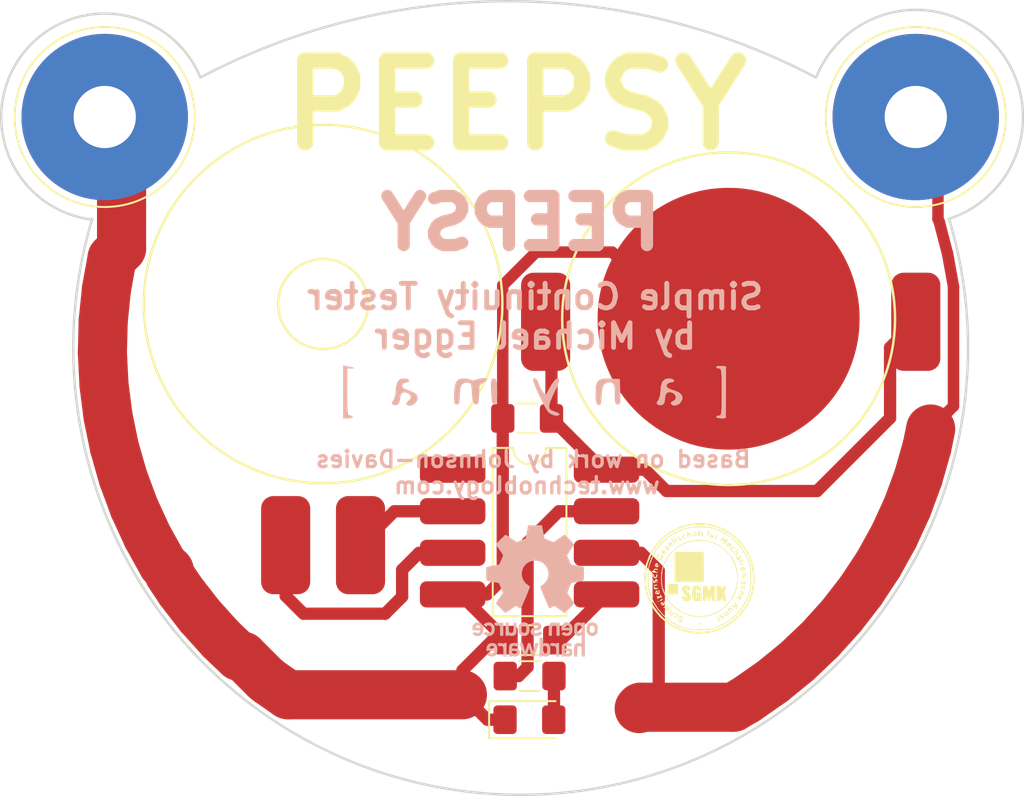
<source format=kicad_pcb>
(kicad_pcb (version 20241229) (generator "pcbnew") (generator_version "9.0")
  (layers (0 "F.Cu" signal) (2 "B.Cu" signal) (13 "F.Paste" user) (15 "B.Paste" user) (5 "F.SilkS" user) (7 "B.SilkS" user) (1 "F.Mask" user) (3 "B.Mask" user) (25 "Edge.Cuts" user))
  (net 0 "")
  (net 1 "VCC")
  (net 2 "GND")
  (net 3 "Net-(D1-Pad2)")
  (net 4 "Net-(LS1-Pad1)")
  (net 5 "Net-(LS1-Pad2)")
  (net 6 "Net-(R1-Pad2)")
  (net 7 "Net-(R2-Pad2)")
  (net 8 "/Probe")
  (footprint "Connector:Banana_Jack_1Pin" (layer "F.Cu") (at 148.59 82.55)
    (property "Reference" "" (at 0 -6.5 0) (layer "F.SilkS"))
    (property "Value" "Probe")
    (pad "1" thru_hole circle (at 0 0) (size 10.16 10.16) (drill 3.8) (layers "*.Cu" "*.Mask") (net 8 "/Probe"))
  )
  (footprint "Connector:Banana_Jack_1Pin" (layer "F.Cu") (at 99.06 82.55)
    (property "Reference" "" (at 0 -6.5 0) (layer "F.SilkS"))
    (property "Value" "Probe")
    (pad "1" thru_hole circle (at 0 0) (size 10.16 10.16) (drill 3.8) (layers "*.Cu" "*.Mask") (net 2 "GND"))
  )
  (footprint "anyma_footprints:logo_sgmk" (layer "F.Cu") (at 135.382 110.744)
    (property "Reference" "G***" (hide yes))
    (property "Value" "logo_sgmk" (hide yes))
  )
  (footprint "Capacitor_SMD:C_1206_3216Metric_Pad1.42x1.75mm_HandSolder" (layer "F.Cu") (at 124.855 100.965 180)
    (property "Reference" "" (at 0 -1.82 180) (layer "F.SilkS"))
    (property "Value" "C")
    (pad "1" smd roundrect (at -1.4875 0 180) (size 1.425 1.75) (layers "F.Cu" "F.Mask" "F.Paste") (roundrect_rratio 0.175439) (net 1 "VCC"))
    (pad "2" smd roundrect (at 1.4875 0 180) (size 1.425 1.75) (layers "F.Cu" "F.Mask" "F.Paste") (roundrect_rratio 0.175439) (net 2 "GND"))
  )
  (footprint "Resistor_SMD:R_1206_3216Metric_Pad1.42x1.75mm_HandSolder" (layer "F.Cu") (at 125.0553 114.5159)
    (property "Reference" "" (at 0 -1.82 0) (layer "F.SilkS"))
    (property "Value" "R")
    (pad "1" smd roundrect (at -1.4875 0) (size 1.425 1.75) (layers "F.Cu" "F.Mask" "F.Paste") (roundrect_rratio 0.175439) (net 2 "GND"))
    (pad "2" smd roundrect (at 1.4875 0) (size 1.425 1.75) (layers "F.Cu" "F.Mask" "F.Paste") (roundrect_rratio 0.175439) (net 6 "Net-(R1-Pad2)"))
  )
  (footprint "Resistor_SMD:R_1206_3216Metric_Pad1.42x1.75mm_HandSolder" (layer "F.Cu") (at 125.0074 116.713 180)
    (property "Reference" "" (at 0 -1.82 180) (layer "F.SilkS"))
    (property "Value" "R")
    (pad "1" smd roundrect (at -1.4875 0 180) (size 1.425 1.75) (layers "F.Cu" "F.Mask" "F.Paste") (roundrect_rratio 0.175439) (net 3 "Net-(D1-Pad2)"))
    (pad "2" smd roundrect (at 1.4875 0 180) (size 1.425 1.75) (layers "F.Cu" "F.Mask" "F.Paste") (roundrect_rratio 0.175439) (net 7 "Net-(R2-Pad2)"))
  )
  (footprint "solderpad_3:piezo smd" (layer "F.Cu") (at 112.395 93.98 -90)
    (property "Reference" "" (at 0 0.5 270) (layer "F.SilkS"))
    (property "Value" "Speaker_Crystal")
    (pad "1" smd roundrect (at 14.732 -2.286 90) (size 6 3) (layers "F.Cu" "F.Mask" "F.Paste") (net 4 "Net-(LS1-Pad1)"))
    (pad "2" smd roundrect (at 14.732 2.286 90) (size 6 3) (layers "F.Cu" "F.Mask" "F.Paste") (net 5 "Net-(LS1-Pad2)"))
  )
  (footprint "Package_DIP:DIP-8_W7.62mm_FakeSMD" (layer "F.Cu") (at 121.1961 104.1019)
    (property "Reference" "" (at 3.81 -2.33 0) (layer "F.SilkS"))
    (property "Value" "ATtiny85-20SU")
    (pad "1" smd roundrect (at -0.889 0) (size 4 1.6) (layers "F.Cu" "F.Mask" "F.Paste") (roundrect_rratio 0.2))
    (pad "2" smd roundrect (at -0.889 2.54) (size 4 1.6) (layers "F.Cu" "F.Mask" "F.Paste") (net 4 "Net-(LS1-Pad1)"))
    (pad "3" smd roundrect (at -0.889 5.08) (size 4 1.6) (layers "F.Cu" "F.Mask" "F.Paste") (net 5 "Net-(LS1-Pad2)"))
    (pad "4" smd roundrect (at -0.889 7.62) (size 4 1.6) (layers "F.Cu" "F.Mask" "F.Paste") (net 2 "GND"))
    (pad "5" smd roundrect (at 8.509 7.62) (size 4 1.6) (layers "F.Cu" "F.Mask" "F.Paste") (net 6 "Net-(R1-Pad2)"))
    (pad "6" smd roundrect (at 8.509 5.08) (size 4 1.6) (layers "F.Cu" "F.Mask" "F.Paste") (net 8 "/Probe"))
    (pad "7" smd roundrect (at 8.509 2.54) (size 4 1.6) (layers "F.Cu" "F.Mask" "F.Paste") (net 7 "Net-(R2-Pad2)"))
    (pad "8" smd roundrect (at 8.509 0) (size 4 1.6) (layers "F.Cu" "F.Mask" "F.Paste") (net 1 "VCC"))
  )
  (footprint "LED_SMD:LED_1206_3216Metric_Pad1.42x1.75mm_HandSolder" (layer "F.Cu") (at 124.9934 119.38)
    (property "Reference" "" (at 0 -1.82 0) (layer "F.SilkS"))
    (property "Value" "Signal")
    (pad "1" smd roundrect (at -1.4875 0) (size 1.425 1.75) (layers "F.Cu" "F.Mask" "F.Paste") (roundrect_rratio 0.175439) (net 2 "GND"))
    (pad "2" smd roundrect (at 1.4875 0) (size 1.425 1.75) (layers "F.Cu" "F.Mask" "F.Paste") (roundrect_rratio 0.175439) (net 3 "Net-(D1-Pad2)"))
  )
  (footprint "solderpad_3:Battery 2032 DIY" (layer "F.Cu") (at 137.16 95.0635)
    (property "Reference" "" (at 0.508 -11.176 0) (layer "F.SilkS"))
    (property "Value" "Battery_Cell")
    (pad "1" smd roundrect (at -11.176 0 90) (size 6 3) (layers "F.Cu" "F.Mask" "F.Paste") (net 1 "VCC"))
    (pad "1" smd roundrect (at 11.43 0 90) (size 6 3) (layers "F.Cu" "F.Mask" "F.Paste") (net 1 "VCC"))
    (pad "2" smd circle (at 0 -0.1865) (size 16 16) (layers "F.Cu" "F.Mask" "F.Paste") (net 2 "GND"))
  )
  (footprint "anyma_footprints:logo_anyma" (layer "B.Cu") (at 125.222 99.441 180)
    (property "Reference" "G***" (hide yes))
    (property "Value" "logo_anyma" (hide yes))
  )
  (footprint "Symbol:OSHW-Logo_7.5x8mm_SilkScreen" (layer "B.Cu") (at 125.349 111.506 180)
    (property "Reference" "REF**" (hide yes))
    (property "Value" "OSHW-Logo_7.5x8mm_SilkScreen" (hide yes))
  )
  (gr_arc (start 98.300403 88.824914) (mid 94.02734 78.725884) (end 104.902 80.137) (stroke (width 0.15)) (layer "Edge.Cuts"))
  (gr_arc (start 150.622 88.773) (mid 124.46 123.968239) (end 98.298 88.773) (stroke (width 0.15)) (layer "Edge.Cuts"))
  (gr_arc (start 104.902 80.137) (mid 123.698 75.475075) (end 142.494 80.137) (stroke (width 0.15)) (layer "Edge.Cuts"))
  (gr_arc (start 142.511863 80.118744) (mid 153.366698 78.073627) (end 150.622 88.773) (stroke (width 0.15)) (layer "Edge.Cuts"))
  (gr_text "PEEPSY" (at 124.16028 81.8388 0) (layer "F.SilkS") (effects (font (size 5 5) (thickness 1))))
  (gr_text "Simple Continuity Tester\nby Michael Egger" (at 125.349 94.742 0) (layer "B.SilkS") (effects (font (size 1.5 1.5) (thickness 0.3)) (justify mirror)))
  (gr_text "PEEPSY" (at 124.46 89.027 0) (layer "B.SilkS") (effects (font (size 3 3) (thickness 0.75)) (justify mirror)))
  (gr_text "Based on work by Johnson-Davies \nwww.technoblogy.com" (at 124.841 104.267 0) (layer "B.SilkS") (effects (font (size 1 1) (thickness 0.2)) (justify mirror)))
  (segment (start 126.3425 95.422) (end 125.984 95.0635) (width 0.75) (layer "F.Cu") (net 1))
  (segment (start 126.3425 100.965) (end 126.3425 95.422) (width 0.75) (layer "F.Cu") (net 1))
  (segment (start 133.36524 105.40492) (end 132.06222 104.1019) (width 0.75) (layer "F.Cu") (net 1))
  (segment (start 147.01929 96.63421) (end 147.01929 100.94567) (width 0.75) (layer "F.Cu") (net 1))
  (segment (start 147.01929 100.94567) (end 142.56004 105.40492) (width 0.75) (layer "F.Cu") (net 1))
  (segment (start 129.4794 104.1019) (end 126.3425 100.965) (width 0.75) (layer "F.Cu") (net 1))
  (segment (start 132.06222 104.1019) (end 129.7051 104.1019) (width 0.75) (layer "F.Cu") (net 1))
  (segment (start 142.56004 105.40492) (end 133.36524 105.40492) (width 0.75) (layer "F.Cu") (net 1))
  (segment (start 129.7051 104.1019) (end 129.4794 104.1019) (width 0.75) (layer "F.Cu") (net 1))
  (segment (start 148.59 95.0635) (end 147.01929 96.63421) (width 0.75) (layer "F.Cu") (net 1))
  (segment (start 104.86073 113.03031) (end 106.162065 114.471978) (width 3) (layer "F.Cu") (net 2))
  (segment (start 103.672678 111.493936) (end 104.86073 113.03031) (width 3) (layer "F.Cu") (net 2))
  (segment (start 123.5059 119.38) (end 122.428 119.38) (width 0.75) (layer "F.Cu") (net 2))
  (segment (start 99.013643 98.889145) (end 99.257531 100.815918) (width 3) (layer "F.Cu") (net 2))
  (segment (start 107.243035 115.500349) (end 107.499349 115.500349) (width 3) (layer "F.Cu") (net 2))
  (segment (start 122.428 119.38) (end 120.904 117.856) (width 0.75) (layer "F.Cu") (net 2))
  (segment (start 125.404006 90.805) (end 123.3675 92.841506) (width 0.7) (layer "F.Cu") (net 2))
  (segment (start 109.073924 117.038491) (end 110.247661 117.856) (width 3) (layer "F.Cu") (net 2))
  (segment (start 102.997 110.46754) (end 103.672678 111.493936) (width 3) (layer "F.Cu") (net 2))
  (segment (start 99.510301 91.164595) (end 99.165891 93.075966) (width 3) (layer "F.Cu") (net 2))
  (segment (start 106.162065 114.471978) (end 107.243035 115.500349) (width 3) (layer "F.Cu") (net 2))
  (segment (start 100.180091 104.586162) (end 100.853426 106.407839) (width 3) (layer "F.Cu") (net 2))
  (segment (start 108.875923 116.876923) (end 109.073924 117.038491) (width 3) (layer "F.Cu") (net 2))
  (segment (start 99.165891 93.075966) (end 98.967691 95.007961) (width 3) (layer "F.Cu") (net 2))
  (segment (start 120.904 117.856) (end 121.158 117.602) (width 0.7) (layer "F.Cu") (net 2))
  (segment (start 122.7553 114.5159) (end 120.904 116.3672) (width 0.75) (layer "F.Cu") (net 2))
  (segment (start 120.7738 111.7219) (end 123.5678 114.5159) (width 0.75) (layer "F.Cu") (net 2))
  (segment (start 120.3071 111.7219) (end 120.7738 111.7219) (width 0.75) (layer "F.Cu") (net 2))
  (segment (start 100.088264 90.586632) (end 99.510301 91.164595) (width 3) (layer "F.Cu") (net 2))
  (segment (start 99.06 83.185) (end 100.088264 84.213264) (width 3) (layer "F.Cu") (net 2))
  (segment (start 100.853426 106.407839) (end 101.663218 108.173102) (width 3) (layer "F.Cu") (net 2))
  (segment (start 130.048 90.805) (end 125.404006 90.805) (width 0.7) (layer "F.Cu") (net 2))
  (segment (start 110.247661 117.856) (end 120.904 117.856) (width 3) (layer "F.Cu") (net 2))
  (segment (start 101.663218 108.173102) (end 102.604779 109.871733) (width 3) (layer "F.Cu") (net 2))
  (segment (start 98.967691 95.007961) (end 98.916843 96.94943) (width 3) (layer "F.Cu") (net 2))
  (segment (start 107.499349 115.500349) (end 108.875923 116.876923) (width 3) (layer "F.Cu") (net 2))
  (segment (start 122.4071 111.7219) (end 120.3071 111.7219) (width 0.75) (layer "F.Cu") (net 2))
  (segment (start 102.604779 109.871733) (end 102.997 110.263954) (width 3) (layer "F.Cu") (net 2))
  (segment (start 134.12 94.877) (end 130.048 90.805) (width 0.7) (layer "F.Cu") (net 2))
  (segment (start 123.3675 110.7615) (end 122.4071 111.7219) (width 0.75) (layer "F.Cu") (net 2))
  (segment (start 100.088264 84.213264) (end 100.088264 90.586632) (width 3) (layer "F.Cu") (net 2))
  (segment (start 123.5678 114.5159) (end 122.7553 114.5159) (width 0.75) (layer "F.Cu") (net 2))
  (segment (start 120.904 116.3672) (end 120.904 117.856) (width 0.75) (layer "F.Cu") (net 2))
  (segment (start 98.916843 96.94943) (end 99.013643 98.889145) (width 3) (layer "F.Cu") (net 2))
  (segment (start 137.16 94.877) (end 134.12 94.877) (width 0.7) (layer "F.Cu") (net 2))
  (segment (start 99.257531 100.815918) (end 99.647095 102.718576) (width 3) (layer "F.Cu") (net 2))
  (segment (start 99.647095 102.718576) (end 100.180091 104.586162) (width 3) (layer "F.Cu") (net 2))
  (segment (start 123.3675 100.965) (end 123.3675 110.7615) (width 0.75) (layer "F.Cu") (net 2))
  (segment (start 99.06 82.55) (end 99.06 83.185) (width 0.7) (layer "F.Cu") (net 2))
  (segment (start 123.3675 92.841506) (end 123.3675 99.99) (width 0.7) (layer "F.Cu") (net 2))
  (segment (start 102.997 110.263954) (end 102.997 110.46754) (width 3) (layer "F.Cu") (net 2))
  (segment (start 123.3675 99.99) (end 123.3675 100.965) (width 0.7) (layer "F.Cu") (net 2))
  (segment (start 126.4949 116.713) (end 126.4949 119.366) (width 0.75) (layer "F.Cu") (net 3))
  (segment (start 126.4949 119.366) (end 126.4809 119.38) (width 0.75) (layer "F.Cu") (net 3))
  (segment (start 116.7511 106.6419) (end 114.681 108.712) (width 0.75) (layer "F.Cu") (net 4))
  (segment (start 120.3071 106.6419) (end 116.7511 106.6419) (width 0.75) (layer "F.Cu") (net 4))
  (segment (start 111.2 112.903) (end 110.109 111.812) (width 0.75) (layer "F.Cu") (net 5))
  (segment (start 120.3071 109.1819) (end 118.25986 109.1819) (width 0.75) (layer "F.Cu") (net 5))
  (segment (start 116.18468 112.903) (end 111.2 112.903) (width 0.75) (layer "F.Cu") (net 5))
  (segment (start 118.25986 109.1819) (end 117.221 110.22076) (width 0.75) (layer "F.Cu") (net 5))
  (segment (start 117.221 110.22076) (end 117.221 111.86668) (width 0.75) (layer "F.Cu") (net 5))
  (segment (start 117.221 111.86668) (end 116.18468 112.903) (width 0.75) (layer "F.Cu") (net 5))
  (segment (start 110.109 111.812) (end 110.109 108.712) (width 0.75) (layer "F.Cu") (net 5))
  (segment (start 126.9111 114.5159) (end 129.7051 111.7219) (width 0.75) (layer "F.Cu") (net 6))
  (segment (start 126.5428 114.5159) (end 126.9111 114.5159) (width 0.75) (layer "F.Cu") (net 6))
  (segment (start 124.88164 108.55452) (end 126.79426 106.6419) (width 0.75) (layer "F.Cu") (net 7))
  (segment (start 123.5199 116.713) (end 124.3324 116.713) (width 0.75) (layer "F.Cu") (net 7))
  (segment (start 126.79426 106.6419) (end 129.7051 106.6419) (width 0.75) (layer "F.Cu") (net 7))
  (segment (start 124.88164 116.16376) (end 124.88164 108.55452) (width 0.75) (layer "F.Cu") (net 7))
  (segment (start 124.3324 116.713) (end 124.88164 116.16376) (width 0.75) (layer "F.Cu") (net 7))
  (segment (start 142.757933 114.471978) (end 144.059268 113.03031) (width 3) (layer "F.Cu") (net 8))
  (segment (start 146.315223 109.871727) (end 147.256774 108.173113) (width 3) (layer "F.Cu") (net 8))
  (segment (start 137.455324 118.618) (end 138.252397 118.148487) (width 3) (layer "F.Cu") (net 8))
  (segment (start 130.81 118.618) (end 131.780852 118.618) (width 0.7) (layer "F.Cu") (net 8))
  (segment (start 132.8928 117.506052) (end 132.8928 110.2696) (width 0.75) (layer "F.Cu") (net 8))
  (segment (start 132.8928 110.2696) (end 131.8051 109.1819) (width 0.75) (layer "F.Cu") (net 8))
  (segment (start 147.256774 108.173113) (end 148.06657 106.40784) (width 3) (layer "F.Cu") (net 8))
  (segment (start 131.780852 118.618) (end 132.8928 117.506052) (width 0.75) (layer "F.Cu") (net 8))
  (segment (start 150.028002 88.972208) (end 149.945494 88.773102) (width 0.7) (layer "F.Cu") (net 8))
  (segment (start 145.24732 111.493935) (end 146.315223 109.871727) (width 3) (layer "F.Cu") (net 8))
  (segment (start 149.945494 88.773102) (end 149.945494 78.909207) (width 0.7) (layer "F.Cu") (net 8))
  (segment (start 148.739906 104.586161) (end 149.272902 102.718576) (width 3) (layer "F.Cu") (net 8))
  (segment (start 150.893639 92.91509) (end 150.533713 90.917607) (width 0.7) (layer "F.Cu") (net 8))
  (segment (start 148.06657 106.40784) (end 148.739906 104.586161) (width 3) (layer "F.Cu") (net 8))
  (segment (start 131.780852 118.618) (end 137.455324 118.618) (width 3) (layer "F.Cu") (net 8))
  (segment (start 138.252397 118.148487) (end 139.846076 117.038489) (width 3) (layer "F.Cu") (net 8))
  (segment (start 150.533713 90.917607) (end 150.028002 88.972208) (width 0.7) (layer "F.Cu") (net 8))
  (segment (start 144.059268 113.03031) (end 145.24732 111.493935) (width 3) (layer "F.Cu") (net 8))
  (segment (start 141.35082 115.810622) (end 142.757933 114.471978) (width 3) (layer "F.Cu") (net 8))
  (segment (start 150.893639 100.219976) (end 150.893639 92.91509) (width 0.7) (layer "F.Cu") (net 8))
  (segment (start 139.846076 117.038489) (end 141.35082 115.810622) (width 3) (layer "F.Cu") (net 8))
  (segment (start 149.498918 101.614697) (end 150.893639 100.219976) (width 0.7) (layer "F.Cu") (net 8))
  (segment (start 131.699 118.699852) (end 131.780852 118.618) (width 3) (layer "F.Cu") (net 8))
  (segment (start 131.8051 109.1819) (end 129.7051 109.1819) (width 0.75) (layer "F.Cu") (net 8))
  (segment (start 149.272902 102.718576) (end 149.498918 101.614697) (width 3) (layer "F.Cu") (net 8))
)
</source>
